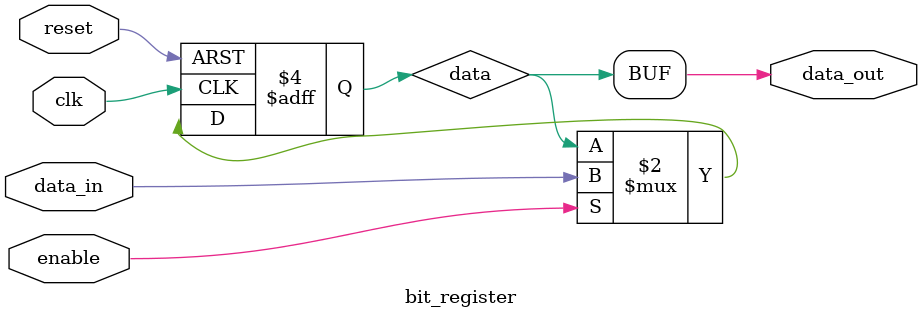
<source format=v>
module bit_register (
    input wire clk,
    input wire reset,
    input wire enable,
    input wire data_in,
    output wire data_out
);

    reg data;

    always @(posedge clk or posedge reset) begin
        if (reset)
            data <= 1'b0;
        else if (enable)
            data <= data_in;
    end

    assign data_out = data;

endmodule
</source>
